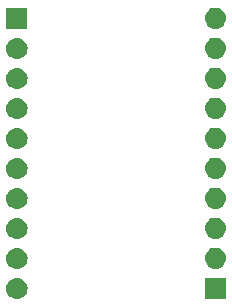
<source format=gbs>
G04 #@! TF.GenerationSoftware,KiCad,Pcbnew,(5.1.4-0-10_14)*
G04 #@! TF.CreationDate,2019-12-04T21:12:01-08:00*
G04 #@! TF.ProjectId,SO20,534f3230-2e6b-4696-9361-645f70636258,rev?*
G04 #@! TF.SameCoordinates,Original*
G04 #@! TF.FileFunction,Soldermask,Bot*
G04 #@! TF.FilePolarity,Negative*
%FSLAX46Y46*%
G04 Gerber Fmt 4.6, Leading zero omitted, Abs format (unit mm)*
G04 Created by KiCad (PCBNEW (5.1.4-0-10_14)) date 2019-12-04 21:12:01*
%MOMM*%
%LPD*%
G04 APERTURE LIST*
%ADD10C,0.100000*%
G04 APERTURE END LIST*
D10*
G36*
X134260543Y-78137619D02*
G01*
X134326727Y-78144137D01*
X134496566Y-78195657D01*
X134653091Y-78279322D01*
X134688829Y-78308652D01*
X134790286Y-78391914D01*
X134873548Y-78493371D01*
X134902878Y-78529109D01*
X134986543Y-78685634D01*
X135038063Y-78855473D01*
X135055459Y-79032100D01*
X135038063Y-79208727D01*
X134986543Y-79378566D01*
X134902878Y-79535091D01*
X134873548Y-79570829D01*
X134790286Y-79672286D01*
X134688829Y-79755548D01*
X134653091Y-79784878D01*
X134496566Y-79868543D01*
X134326727Y-79920063D01*
X134260542Y-79926582D01*
X134194360Y-79933100D01*
X134105840Y-79933100D01*
X134039658Y-79926582D01*
X133973473Y-79920063D01*
X133803634Y-79868543D01*
X133647109Y-79784878D01*
X133611371Y-79755548D01*
X133509914Y-79672286D01*
X133426652Y-79570829D01*
X133397322Y-79535091D01*
X133313657Y-79378566D01*
X133262137Y-79208727D01*
X133244741Y-79032100D01*
X133262137Y-78855473D01*
X133313657Y-78685634D01*
X133397322Y-78529109D01*
X133426652Y-78493371D01*
X133509914Y-78391914D01*
X133611371Y-78308652D01*
X133647109Y-78279322D01*
X133803634Y-78195657D01*
X133973473Y-78144137D01*
X134039657Y-78137619D01*
X134105840Y-78131100D01*
X134194360Y-78131100D01*
X134260543Y-78137619D01*
X134260543Y-78137619D01*
G37*
G36*
X151865900Y-79920400D02*
G01*
X150063900Y-79920400D01*
X150063900Y-78118400D01*
X151865900Y-78118400D01*
X151865900Y-79920400D01*
X151865900Y-79920400D01*
G37*
G36*
X134260543Y-75597619D02*
G01*
X134326727Y-75604137D01*
X134496566Y-75655657D01*
X134653091Y-75739322D01*
X134688829Y-75768652D01*
X134790286Y-75851914D01*
X134873548Y-75953371D01*
X134902878Y-75989109D01*
X134986543Y-76145634D01*
X135038063Y-76315473D01*
X135055459Y-76492100D01*
X135038063Y-76668727D01*
X134986543Y-76838566D01*
X134902878Y-76995091D01*
X134873548Y-77030829D01*
X134790286Y-77132286D01*
X134688829Y-77215548D01*
X134653091Y-77244878D01*
X134496566Y-77328543D01*
X134326727Y-77380063D01*
X134260543Y-77386581D01*
X134194360Y-77393100D01*
X134105840Y-77393100D01*
X134039657Y-77386581D01*
X133973473Y-77380063D01*
X133803634Y-77328543D01*
X133647109Y-77244878D01*
X133611371Y-77215548D01*
X133509914Y-77132286D01*
X133426652Y-77030829D01*
X133397322Y-76995091D01*
X133313657Y-76838566D01*
X133262137Y-76668727D01*
X133244741Y-76492100D01*
X133262137Y-76315473D01*
X133313657Y-76145634D01*
X133397322Y-75989109D01*
X133426652Y-75953371D01*
X133509914Y-75851914D01*
X133611371Y-75768652D01*
X133647109Y-75739322D01*
X133803634Y-75655657D01*
X133973473Y-75604137D01*
X134039657Y-75597619D01*
X134105840Y-75591100D01*
X134194360Y-75591100D01*
X134260543Y-75597619D01*
X134260543Y-75597619D01*
G37*
G36*
X151075342Y-75584918D02*
G01*
X151141527Y-75591437D01*
X151311366Y-75642957D01*
X151467891Y-75726622D01*
X151503629Y-75755952D01*
X151605086Y-75839214D01*
X151688348Y-75940671D01*
X151717678Y-75976409D01*
X151801343Y-76132934D01*
X151852863Y-76302773D01*
X151870259Y-76479400D01*
X151852863Y-76656027D01*
X151801343Y-76825866D01*
X151717678Y-76982391D01*
X151707257Y-76995089D01*
X151605086Y-77119586D01*
X151503629Y-77202848D01*
X151467891Y-77232178D01*
X151311366Y-77315843D01*
X151141527Y-77367363D01*
X151075342Y-77373882D01*
X151009160Y-77380400D01*
X150920640Y-77380400D01*
X150854458Y-77373882D01*
X150788273Y-77367363D01*
X150618434Y-77315843D01*
X150461909Y-77232178D01*
X150426171Y-77202848D01*
X150324714Y-77119586D01*
X150222543Y-76995089D01*
X150212122Y-76982391D01*
X150128457Y-76825866D01*
X150076937Y-76656027D01*
X150059541Y-76479400D01*
X150076937Y-76302773D01*
X150128457Y-76132934D01*
X150212122Y-75976409D01*
X150241452Y-75940671D01*
X150324714Y-75839214D01*
X150426171Y-75755952D01*
X150461909Y-75726622D01*
X150618434Y-75642957D01*
X150788273Y-75591437D01*
X150854458Y-75584918D01*
X150920640Y-75578400D01*
X151009160Y-75578400D01*
X151075342Y-75584918D01*
X151075342Y-75584918D01*
G37*
G36*
X134260542Y-73057618D02*
G01*
X134326727Y-73064137D01*
X134496566Y-73115657D01*
X134653091Y-73199322D01*
X134688829Y-73228652D01*
X134790286Y-73311914D01*
X134873548Y-73413371D01*
X134902878Y-73449109D01*
X134986543Y-73605634D01*
X135038063Y-73775473D01*
X135055459Y-73952100D01*
X135038063Y-74128727D01*
X134986543Y-74298566D01*
X134902878Y-74455091D01*
X134873548Y-74490829D01*
X134790286Y-74592286D01*
X134688829Y-74675548D01*
X134653091Y-74704878D01*
X134496566Y-74788543D01*
X134326727Y-74840063D01*
X134260542Y-74846582D01*
X134194360Y-74853100D01*
X134105840Y-74853100D01*
X134039658Y-74846582D01*
X133973473Y-74840063D01*
X133803634Y-74788543D01*
X133647109Y-74704878D01*
X133611371Y-74675548D01*
X133509914Y-74592286D01*
X133426652Y-74490829D01*
X133397322Y-74455091D01*
X133313657Y-74298566D01*
X133262137Y-74128727D01*
X133244741Y-73952100D01*
X133262137Y-73775473D01*
X133313657Y-73605634D01*
X133397322Y-73449109D01*
X133426652Y-73413371D01*
X133509914Y-73311914D01*
X133611371Y-73228652D01*
X133647109Y-73199322D01*
X133803634Y-73115657D01*
X133973473Y-73064137D01*
X134039658Y-73057618D01*
X134105840Y-73051100D01*
X134194360Y-73051100D01*
X134260542Y-73057618D01*
X134260542Y-73057618D01*
G37*
G36*
X151075343Y-73044919D02*
G01*
X151141527Y-73051437D01*
X151311366Y-73102957D01*
X151467891Y-73186622D01*
X151503629Y-73215952D01*
X151605086Y-73299214D01*
X151688348Y-73400671D01*
X151717678Y-73436409D01*
X151801343Y-73592934D01*
X151852863Y-73762773D01*
X151870259Y-73939400D01*
X151852863Y-74116027D01*
X151801343Y-74285866D01*
X151717678Y-74442391D01*
X151707257Y-74455089D01*
X151605086Y-74579586D01*
X151503629Y-74662848D01*
X151467891Y-74692178D01*
X151311366Y-74775843D01*
X151141527Y-74827363D01*
X151075343Y-74833881D01*
X151009160Y-74840400D01*
X150920640Y-74840400D01*
X150854457Y-74833881D01*
X150788273Y-74827363D01*
X150618434Y-74775843D01*
X150461909Y-74692178D01*
X150426171Y-74662848D01*
X150324714Y-74579586D01*
X150222543Y-74455089D01*
X150212122Y-74442391D01*
X150128457Y-74285866D01*
X150076937Y-74116027D01*
X150059541Y-73939400D01*
X150076937Y-73762773D01*
X150128457Y-73592934D01*
X150212122Y-73436409D01*
X150241452Y-73400671D01*
X150324714Y-73299214D01*
X150426171Y-73215952D01*
X150461909Y-73186622D01*
X150618434Y-73102957D01*
X150788273Y-73051437D01*
X150854457Y-73044919D01*
X150920640Y-73038400D01*
X151009160Y-73038400D01*
X151075343Y-73044919D01*
X151075343Y-73044919D01*
G37*
G36*
X134260542Y-70517618D02*
G01*
X134326727Y-70524137D01*
X134496566Y-70575657D01*
X134653091Y-70659322D01*
X134688829Y-70688652D01*
X134790286Y-70771914D01*
X134873548Y-70873371D01*
X134902878Y-70909109D01*
X134986543Y-71065634D01*
X135038063Y-71235473D01*
X135055459Y-71412100D01*
X135038063Y-71588727D01*
X134986543Y-71758566D01*
X134902878Y-71915091D01*
X134873548Y-71950829D01*
X134790286Y-72052286D01*
X134688829Y-72135548D01*
X134653091Y-72164878D01*
X134496566Y-72248543D01*
X134326727Y-72300063D01*
X134260543Y-72306581D01*
X134194360Y-72313100D01*
X134105840Y-72313100D01*
X134039657Y-72306581D01*
X133973473Y-72300063D01*
X133803634Y-72248543D01*
X133647109Y-72164878D01*
X133611371Y-72135548D01*
X133509914Y-72052286D01*
X133426652Y-71950829D01*
X133397322Y-71915091D01*
X133313657Y-71758566D01*
X133262137Y-71588727D01*
X133244741Y-71412100D01*
X133262137Y-71235473D01*
X133313657Y-71065634D01*
X133397322Y-70909109D01*
X133426652Y-70873371D01*
X133509914Y-70771914D01*
X133611371Y-70688652D01*
X133647109Y-70659322D01*
X133803634Y-70575657D01*
X133973473Y-70524137D01*
X134039658Y-70517618D01*
X134105840Y-70511100D01*
X134194360Y-70511100D01*
X134260542Y-70517618D01*
X134260542Y-70517618D01*
G37*
G36*
X151075342Y-70504918D02*
G01*
X151141527Y-70511437D01*
X151311366Y-70562957D01*
X151467891Y-70646622D01*
X151503629Y-70675952D01*
X151605086Y-70759214D01*
X151688348Y-70860671D01*
X151717678Y-70896409D01*
X151801343Y-71052934D01*
X151852863Y-71222773D01*
X151870259Y-71399400D01*
X151852863Y-71576027D01*
X151801343Y-71745866D01*
X151717678Y-71902391D01*
X151707257Y-71915089D01*
X151605086Y-72039586D01*
X151503629Y-72122848D01*
X151467891Y-72152178D01*
X151311366Y-72235843D01*
X151141527Y-72287363D01*
X151075343Y-72293881D01*
X151009160Y-72300400D01*
X150920640Y-72300400D01*
X150854457Y-72293881D01*
X150788273Y-72287363D01*
X150618434Y-72235843D01*
X150461909Y-72152178D01*
X150426171Y-72122848D01*
X150324714Y-72039586D01*
X150222543Y-71915089D01*
X150212122Y-71902391D01*
X150128457Y-71745866D01*
X150076937Y-71576027D01*
X150059541Y-71399400D01*
X150076937Y-71222773D01*
X150128457Y-71052934D01*
X150212122Y-70896409D01*
X150241452Y-70860671D01*
X150324714Y-70759214D01*
X150426171Y-70675952D01*
X150461909Y-70646622D01*
X150618434Y-70562957D01*
X150788273Y-70511437D01*
X150854458Y-70504918D01*
X150920640Y-70498400D01*
X151009160Y-70498400D01*
X151075342Y-70504918D01*
X151075342Y-70504918D01*
G37*
G36*
X134260543Y-67977619D02*
G01*
X134326727Y-67984137D01*
X134496566Y-68035657D01*
X134653091Y-68119322D01*
X134688829Y-68148652D01*
X134790286Y-68231914D01*
X134873548Y-68333371D01*
X134902878Y-68369109D01*
X134986543Y-68525634D01*
X135038063Y-68695473D01*
X135055459Y-68872100D01*
X135038063Y-69048727D01*
X134986543Y-69218566D01*
X134902878Y-69375091D01*
X134873548Y-69410829D01*
X134790286Y-69512286D01*
X134688829Y-69595548D01*
X134653091Y-69624878D01*
X134496566Y-69708543D01*
X134326727Y-69760063D01*
X134260542Y-69766582D01*
X134194360Y-69773100D01*
X134105840Y-69773100D01*
X134039658Y-69766582D01*
X133973473Y-69760063D01*
X133803634Y-69708543D01*
X133647109Y-69624878D01*
X133611371Y-69595548D01*
X133509914Y-69512286D01*
X133426652Y-69410829D01*
X133397322Y-69375091D01*
X133313657Y-69218566D01*
X133262137Y-69048727D01*
X133244741Y-68872100D01*
X133262137Y-68695473D01*
X133313657Y-68525634D01*
X133397322Y-68369109D01*
X133426652Y-68333371D01*
X133509914Y-68231914D01*
X133611371Y-68148652D01*
X133647109Y-68119322D01*
X133803634Y-68035657D01*
X133973473Y-67984137D01*
X134039657Y-67977619D01*
X134105840Y-67971100D01*
X134194360Y-67971100D01*
X134260543Y-67977619D01*
X134260543Y-67977619D01*
G37*
G36*
X151075343Y-67964919D02*
G01*
X151141527Y-67971437D01*
X151311366Y-68022957D01*
X151467891Y-68106622D01*
X151503629Y-68135952D01*
X151605086Y-68219214D01*
X151688348Y-68320671D01*
X151717678Y-68356409D01*
X151801343Y-68512934D01*
X151852863Y-68682773D01*
X151870259Y-68859400D01*
X151852863Y-69036027D01*
X151801343Y-69205866D01*
X151717678Y-69362391D01*
X151707257Y-69375089D01*
X151605086Y-69499586D01*
X151503629Y-69582848D01*
X151467891Y-69612178D01*
X151311366Y-69695843D01*
X151141527Y-69747363D01*
X151075342Y-69753882D01*
X151009160Y-69760400D01*
X150920640Y-69760400D01*
X150854458Y-69753882D01*
X150788273Y-69747363D01*
X150618434Y-69695843D01*
X150461909Y-69612178D01*
X150426171Y-69582848D01*
X150324714Y-69499586D01*
X150222543Y-69375089D01*
X150212122Y-69362391D01*
X150128457Y-69205866D01*
X150076937Y-69036027D01*
X150059541Y-68859400D01*
X150076937Y-68682773D01*
X150128457Y-68512934D01*
X150212122Y-68356409D01*
X150241452Y-68320671D01*
X150324714Y-68219214D01*
X150426171Y-68135952D01*
X150461909Y-68106622D01*
X150618434Y-68022957D01*
X150788273Y-67971437D01*
X150854457Y-67964919D01*
X150920640Y-67958400D01*
X151009160Y-67958400D01*
X151075343Y-67964919D01*
X151075343Y-67964919D01*
G37*
G36*
X134260543Y-65437619D02*
G01*
X134326727Y-65444137D01*
X134496566Y-65495657D01*
X134653091Y-65579322D01*
X134688829Y-65608652D01*
X134790286Y-65691914D01*
X134873548Y-65793371D01*
X134902878Y-65829109D01*
X134986543Y-65985634D01*
X135038063Y-66155473D01*
X135055459Y-66332100D01*
X135038063Y-66508727D01*
X134986543Y-66678566D01*
X134902878Y-66835091D01*
X134873548Y-66870829D01*
X134790286Y-66972286D01*
X134688829Y-67055548D01*
X134653091Y-67084878D01*
X134496566Y-67168543D01*
X134326727Y-67220063D01*
X134260543Y-67226581D01*
X134194360Y-67233100D01*
X134105840Y-67233100D01*
X134039657Y-67226581D01*
X133973473Y-67220063D01*
X133803634Y-67168543D01*
X133647109Y-67084878D01*
X133611371Y-67055548D01*
X133509914Y-66972286D01*
X133426652Y-66870829D01*
X133397322Y-66835091D01*
X133313657Y-66678566D01*
X133262137Y-66508727D01*
X133244741Y-66332100D01*
X133262137Y-66155473D01*
X133313657Y-65985634D01*
X133397322Y-65829109D01*
X133426652Y-65793371D01*
X133509914Y-65691914D01*
X133611371Y-65608652D01*
X133647109Y-65579322D01*
X133803634Y-65495657D01*
X133973473Y-65444137D01*
X134039657Y-65437619D01*
X134105840Y-65431100D01*
X134194360Y-65431100D01*
X134260543Y-65437619D01*
X134260543Y-65437619D01*
G37*
G36*
X151075342Y-65424918D02*
G01*
X151141527Y-65431437D01*
X151311366Y-65482957D01*
X151467891Y-65566622D01*
X151503629Y-65595952D01*
X151605086Y-65679214D01*
X151688348Y-65780671D01*
X151717678Y-65816409D01*
X151801343Y-65972934D01*
X151852863Y-66142773D01*
X151870259Y-66319400D01*
X151852863Y-66496027D01*
X151801343Y-66665866D01*
X151717678Y-66822391D01*
X151707257Y-66835089D01*
X151605086Y-66959586D01*
X151503629Y-67042848D01*
X151467891Y-67072178D01*
X151311366Y-67155843D01*
X151141527Y-67207363D01*
X151075342Y-67213882D01*
X151009160Y-67220400D01*
X150920640Y-67220400D01*
X150854458Y-67213882D01*
X150788273Y-67207363D01*
X150618434Y-67155843D01*
X150461909Y-67072178D01*
X150426171Y-67042848D01*
X150324714Y-66959586D01*
X150222543Y-66835089D01*
X150212122Y-66822391D01*
X150128457Y-66665866D01*
X150076937Y-66496027D01*
X150059541Y-66319400D01*
X150076937Y-66142773D01*
X150128457Y-65972934D01*
X150212122Y-65816409D01*
X150241452Y-65780671D01*
X150324714Y-65679214D01*
X150426171Y-65595952D01*
X150461909Y-65566622D01*
X150618434Y-65482957D01*
X150788273Y-65431437D01*
X150854458Y-65424918D01*
X150920640Y-65418400D01*
X151009160Y-65418400D01*
X151075342Y-65424918D01*
X151075342Y-65424918D01*
G37*
G36*
X134260542Y-62897618D02*
G01*
X134326727Y-62904137D01*
X134496566Y-62955657D01*
X134653091Y-63039322D01*
X134688829Y-63068652D01*
X134790286Y-63151914D01*
X134873548Y-63253371D01*
X134902878Y-63289109D01*
X134986543Y-63445634D01*
X135038063Y-63615473D01*
X135055459Y-63792100D01*
X135038063Y-63968727D01*
X134986543Y-64138566D01*
X134902878Y-64295091D01*
X134873548Y-64330829D01*
X134790286Y-64432286D01*
X134688829Y-64515548D01*
X134653091Y-64544878D01*
X134496566Y-64628543D01*
X134326727Y-64680063D01*
X134260542Y-64686582D01*
X134194360Y-64693100D01*
X134105840Y-64693100D01*
X134039658Y-64686582D01*
X133973473Y-64680063D01*
X133803634Y-64628543D01*
X133647109Y-64544878D01*
X133611371Y-64515548D01*
X133509914Y-64432286D01*
X133426652Y-64330829D01*
X133397322Y-64295091D01*
X133313657Y-64138566D01*
X133262137Y-63968727D01*
X133244741Y-63792100D01*
X133262137Y-63615473D01*
X133313657Y-63445634D01*
X133397322Y-63289109D01*
X133426652Y-63253371D01*
X133509914Y-63151914D01*
X133611371Y-63068652D01*
X133647109Y-63039322D01*
X133803634Y-62955657D01*
X133973473Y-62904137D01*
X134039658Y-62897618D01*
X134105840Y-62891100D01*
X134194360Y-62891100D01*
X134260542Y-62897618D01*
X134260542Y-62897618D01*
G37*
G36*
X151075343Y-62884919D02*
G01*
X151141527Y-62891437D01*
X151311366Y-62942957D01*
X151467891Y-63026622D01*
X151503629Y-63055952D01*
X151605086Y-63139214D01*
X151688348Y-63240671D01*
X151717678Y-63276409D01*
X151801343Y-63432934D01*
X151852863Y-63602773D01*
X151870259Y-63779400D01*
X151852863Y-63956027D01*
X151801343Y-64125866D01*
X151717678Y-64282391D01*
X151707257Y-64295089D01*
X151605086Y-64419586D01*
X151503629Y-64502848D01*
X151467891Y-64532178D01*
X151311366Y-64615843D01*
X151141527Y-64667363D01*
X151075342Y-64673882D01*
X151009160Y-64680400D01*
X150920640Y-64680400D01*
X150854458Y-64673882D01*
X150788273Y-64667363D01*
X150618434Y-64615843D01*
X150461909Y-64532178D01*
X150426171Y-64502848D01*
X150324714Y-64419586D01*
X150222543Y-64295089D01*
X150212122Y-64282391D01*
X150128457Y-64125866D01*
X150076937Y-63956027D01*
X150059541Y-63779400D01*
X150076937Y-63602773D01*
X150128457Y-63432934D01*
X150212122Y-63276409D01*
X150241452Y-63240671D01*
X150324714Y-63139214D01*
X150426171Y-63055952D01*
X150461909Y-63026622D01*
X150618434Y-62942957D01*
X150788273Y-62891437D01*
X150854457Y-62884919D01*
X150920640Y-62878400D01*
X151009160Y-62878400D01*
X151075343Y-62884919D01*
X151075343Y-62884919D01*
G37*
G36*
X134260543Y-60357619D02*
G01*
X134326727Y-60364137D01*
X134496566Y-60415657D01*
X134653091Y-60499322D01*
X134688829Y-60528652D01*
X134790286Y-60611914D01*
X134873548Y-60713371D01*
X134902878Y-60749109D01*
X134986543Y-60905634D01*
X135038063Y-61075473D01*
X135055459Y-61252100D01*
X135038063Y-61428727D01*
X134986543Y-61598566D01*
X134902878Y-61755091D01*
X134873548Y-61790829D01*
X134790286Y-61892286D01*
X134688829Y-61975548D01*
X134653091Y-62004878D01*
X134496566Y-62088543D01*
X134326727Y-62140063D01*
X134260543Y-62146581D01*
X134194360Y-62153100D01*
X134105840Y-62153100D01*
X134039657Y-62146581D01*
X133973473Y-62140063D01*
X133803634Y-62088543D01*
X133647109Y-62004878D01*
X133611371Y-61975548D01*
X133509914Y-61892286D01*
X133426652Y-61790829D01*
X133397322Y-61755091D01*
X133313657Y-61598566D01*
X133262137Y-61428727D01*
X133244741Y-61252100D01*
X133262137Y-61075473D01*
X133313657Y-60905634D01*
X133397322Y-60749109D01*
X133426652Y-60713371D01*
X133509914Y-60611914D01*
X133611371Y-60528652D01*
X133647109Y-60499322D01*
X133803634Y-60415657D01*
X133973473Y-60364137D01*
X134039657Y-60357619D01*
X134105840Y-60351100D01*
X134194360Y-60351100D01*
X134260543Y-60357619D01*
X134260543Y-60357619D01*
G37*
G36*
X151075342Y-60344918D02*
G01*
X151141527Y-60351437D01*
X151311366Y-60402957D01*
X151467891Y-60486622D01*
X151503629Y-60515952D01*
X151605086Y-60599214D01*
X151688348Y-60700671D01*
X151717678Y-60736409D01*
X151801343Y-60892934D01*
X151852863Y-61062773D01*
X151870259Y-61239400D01*
X151852863Y-61416027D01*
X151801343Y-61585866D01*
X151717678Y-61742391D01*
X151707257Y-61755089D01*
X151605086Y-61879586D01*
X151503629Y-61962848D01*
X151467891Y-61992178D01*
X151311366Y-62075843D01*
X151141527Y-62127363D01*
X151075343Y-62133881D01*
X151009160Y-62140400D01*
X150920640Y-62140400D01*
X150854457Y-62133881D01*
X150788273Y-62127363D01*
X150618434Y-62075843D01*
X150461909Y-61992178D01*
X150426171Y-61962848D01*
X150324714Y-61879586D01*
X150222543Y-61755089D01*
X150212122Y-61742391D01*
X150128457Y-61585866D01*
X150076937Y-61416027D01*
X150059541Y-61239400D01*
X150076937Y-61062773D01*
X150128457Y-60892934D01*
X150212122Y-60736409D01*
X150241452Y-60700671D01*
X150324714Y-60599214D01*
X150426171Y-60515952D01*
X150461909Y-60486622D01*
X150618434Y-60402957D01*
X150788273Y-60351437D01*
X150854458Y-60344918D01*
X150920640Y-60338400D01*
X151009160Y-60338400D01*
X151075342Y-60344918D01*
X151075342Y-60344918D01*
G37*
G36*
X134260542Y-57817618D02*
G01*
X134326727Y-57824137D01*
X134496566Y-57875657D01*
X134653091Y-57959322D01*
X134688829Y-57988652D01*
X134790286Y-58071914D01*
X134873548Y-58173371D01*
X134902878Y-58209109D01*
X134986543Y-58365634D01*
X135038063Y-58535473D01*
X135055459Y-58712100D01*
X135038063Y-58888727D01*
X134986543Y-59058566D01*
X134902878Y-59215091D01*
X134873548Y-59250829D01*
X134790286Y-59352286D01*
X134688829Y-59435548D01*
X134653091Y-59464878D01*
X134496566Y-59548543D01*
X134326727Y-59600063D01*
X134260543Y-59606581D01*
X134194360Y-59613100D01*
X134105840Y-59613100D01*
X134039657Y-59606581D01*
X133973473Y-59600063D01*
X133803634Y-59548543D01*
X133647109Y-59464878D01*
X133611371Y-59435548D01*
X133509914Y-59352286D01*
X133426652Y-59250829D01*
X133397322Y-59215091D01*
X133313657Y-59058566D01*
X133262137Y-58888727D01*
X133244741Y-58712100D01*
X133262137Y-58535473D01*
X133313657Y-58365634D01*
X133397322Y-58209109D01*
X133426652Y-58173371D01*
X133509914Y-58071914D01*
X133611371Y-57988652D01*
X133647109Y-57959322D01*
X133803634Y-57875657D01*
X133973473Y-57824137D01*
X134039658Y-57817618D01*
X134105840Y-57811100D01*
X134194360Y-57811100D01*
X134260542Y-57817618D01*
X134260542Y-57817618D01*
G37*
G36*
X151075343Y-57804919D02*
G01*
X151141527Y-57811437D01*
X151311366Y-57862957D01*
X151467891Y-57946622D01*
X151503629Y-57975952D01*
X151605086Y-58059214D01*
X151688348Y-58160671D01*
X151717678Y-58196409D01*
X151801343Y-58352934D01*
X151852863Y-58522773D01*
X151870259Y-58699400D01*
X151852863Y-58876027D01*
X151801343Y-59045866D01*
X151717678Y-59202391D01*
X151707257Y-59215089D01*
X151605086Y-59339586D01*
X151503629Y-59422848D01*
X151467891Y-59452178D01*
X151311366Y-59535843D01*
X151141527Y-59587363D01*
X151075342Y-59593882D01*
X151009160Y-59600400D01*
X150920640Y-59600400D01*
X150854458Y-59593882D01*
X150788273Y-59587363D01*
X150618434Y-59535843D01*
X150461909Y-59452178D01*
X150426171Y-59422848D01*
X150324714Y-59339586D01*
X150222543Y-59215089D01*
X150212122Y-59202391D01*
X150128457Y-59045866D01*
X150076937Y-58876027D01*
X150059541Y-58699400D01*
X150076937Y-58522773D01*
X150128457Y-58352934D01*
X150212122Y-58196409D01*
X150241452Y-58160671D01*
X150324714Y-58059214D01*
X150426171Y-57975952D01*
X150461909Y-57946622D01*
X150618434Y-57862957D01*
X150788273Y-57811437D01*
X150854457Y-57804919D01*
X150920640Y-57798400D01*
X151009160Y-57798400D01*
X151075343Y-57804919D01*
X151075343Y-57804919D01*
G37*
G36*
X135051100Y-57073100D02*
G01*
X133249100Y-57073100D01*
X133249100Y-55271100D01*
X135051100Y-55271100D01*
X135051100Y-57073100D01*
X135051100Y-57073100D01*
G37*
G36*
X151075342Y-55264918D02*
G01*
X151141527Y-55271437D01*
X151311366Y-55322957D01*
X151467891Y-55406622D01*
X151503629Y-55435952D01*
X151605086Y-55519214D01*
X151688348Y-55620671D01*
X151717678Y-55656409D01*
X151801343Y-55812934D01*
X151852863Y-55982773D01*
X151870259Y-56159400D01*
X151852863Y-56336027D01*
X151801343Y-56505866D01*
X151717678Y-56662391D01*
X151688348Y-56698129D01*
X151605086Y-56799586D01*
X151503629Y-56882848D01*
X151467891Y-56912178D01*
X151311366Y-56995843D01*
X151141527Y-57047363D01*
X151075342Y-57053882D01*
X151009160Y-57060400D01*
X150920640Y-57060400D01*
X150854458Y-57053882D01*
X150788273Y-57047363D01*
X150618434Y-56995843D01*
X150461909Y-56912178D01*
X150426171Y-56882848D01*
X150324714Y-56799586D01*
X150241452Y-56698129D01*
X150212122Y-56662391D01*
X150128457Y-56505866D01*
X150076937Y-56336027D01*
X150059541Y-56159400D01*
X150076937Y-55982773D01*
X150128457Y-55812934D01*
X150212122Y-55656409D01*
X150241452Y-55620671D01*
X150324714Y-55519214D01*
X150426171Y-55435952D01*
X150461909Y-55406622D01*
X150618434Y-55322957D01*
X150788273Y-55271437D01*
X150854458Y-55264918D01*
X150920640Y-55258400D01*
X151009160Y-55258400D01*
X151075342Y-55264918D01*
X151075342Y-55264918D01*
G37*
M02*

</source>
